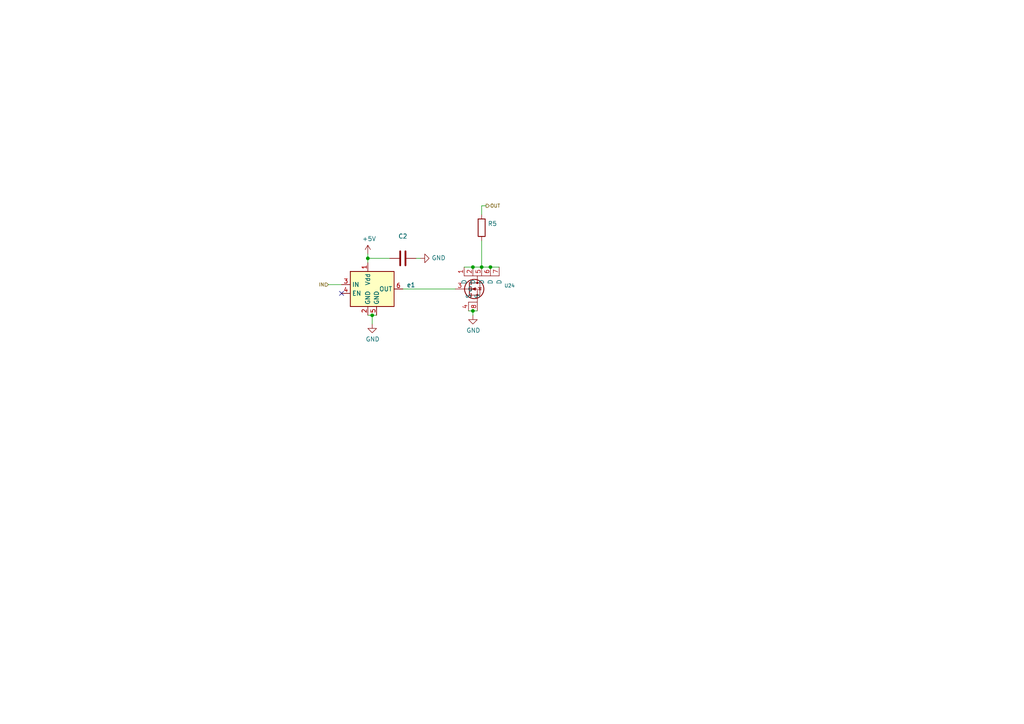
<source format=kicad_sch>
(kicad_sch (version 20211123) (generator eeschema)
  (paper "A4")
  (title_block (title "Digital output"))
  (lib_symbols
    (symbol "Device:C" (pin_numbers hide) (pin_names (offset 0.254))
      (property "Reference" "C" (at 0.635 2.54 0))
      (property "Value" "C" (at 0.635 -2.54 0))
      (symbol "C_0_1"
        (polyline (pts (xy -2.032 -0.762) (xy 2.032 -0.762)) (stroke (width 0.508)))
        (polyline (pts (xy -2.032 0.762) (xy 2.032 0.762)) (stroke (width 0.508)))
      )
      (symbol "C_1_1"
        (pin passive line (at 0 3.81 270) (length 2.794) (name "~") (number "1"))
        (pin passive line (at 0 -3.81 90) (length 2.794) (name "~") (number "2"))
      )
    )
    (symbol "Device:R" (pin_numbers hide) (pin_names (offset 0))
      (property "Reference" "R" (at 2.032 0 90))
      (property "Value" "R" (at 0 0 90))
      (symbol "R_0_1"
        (rectangle (start -1.016 -2.54) (end 1.016 2.54) (stroke (width 0.254)))
      )
      (symbol "R_1_1"
        (pin passive line (at 0 3.81 270) (length 1.27) (name "~") (number "1"))
        (pin passive line (at 0 -3.81 90) (length 1.27) (name "~") (number "2"))
      )
    )
    (symbol "karta_pomiarowa_v2-rescue:BUK7D25-40EX-Devices" (pin_names (offset 1.016))
      (property "Reference" "U" (at -1.27 -6.35 0))
      (property "Value" "BUK7D25-40EX-Devices" (at 0 -7.62 0))
      (symbol "BUK7D25-40EX-Devices_0_1"
        (polyline (pts (xy 7.62 3.81) (xy 1.27 3.81)))
        (polyline (pts (xy 1.27 -2.54) (xy 1.27 -3.81) (xy -1.27 -3.81)))
        (polyline (pts (xy 1.27 2.54) (xy 1.27 3.81) (xy -2.54 3.81)))
      )
      (symbol "BUK7D25-40EX-Devices_1_1"
        (polyline (pts (xy -1.016 1.905) (xy -1.016 -1.905)) (stroke (width 0.254)))
        (polyline (pts (xy -0.508 -1.27) (xy -0.508 -2.286)) (stroke (width 0.254)))
        (polyline (pts (xy -0.508 0.508) (xy -0.508 -0.508)) (stroke (width 0.254)))
        (polyline (pts (xy -0.508 2.286) (xy -0.508 1.27)) (stroke (width 0.254)))
        (polyline (pts (xy 0.254 0) (xy -2.54 0)))
        (polyline (pts (xy 1.27 2.54) (xy 1.27 1.778)))
        (polyline (pts (xy 1.27 -2.54) (xy 1.27 0) (xy -0.508 0)))
        (polyline (pts (xy -0.508 -1.778) (xy 2.032 -1.778) (xy 2.032 1.778) (xy -0.508 1.778)))
        (polyline (pts (xy -0.254 0) (xy 0.762 0.381) (xy 0.762 -0.381) (xy -0.254 0)) (fill (type outline)))
        (polyline (pts (xy 1.524 0.508) (xy 1.651 0.381) (xy 2.413 0.381) (xy 2.54 0.254)))
        (polyline (pts (xy 2.032 0.381) (xy 1.651 -0.254) (xy 2.413 -0.254) (xy 2.032 0.381)))
        (circle (center 0.381 0) (radius 2.794) (stroke (width 0.254)))
        (circle (center 1.27 -1.778) (radius 0.254) (fill (type outline)))
        (circle (center 1.27 1.778) (radius 0.254) (fill (type outline)))
        (pin input line (at -2.54 6.35 270) (length 2.54) (name "D") (number "1"))
        (pin input line (at 0 6.35 270) (length 2.54) (name "D") (number "2"))
        (pin input line (at -5.08 0 0) (length 2.54) (name "G") (number "3"))
        (pin input line (at -1.27 -6.35 90) (length 2.54) (name "S") (number "4"))
        (pin input line (at 2.54 6.35 270) (length 2.54) (name "D") (number "5"))
        (pin input line (at 5.08 6.35 270) (length 2.54) (name "D") (number "6"))
        (pin input line (at 7.62 6.35 270) (length 2.54) (name "D") (number "7"))
        (pin input line (at 1.27 -6.35 90) (length 2.54) (name "S") (number "8"))
      )
    )
    (symbol "karta_pomiarowa_v2-rescue:MCP14A0052T-mcp14a0052t"
      (property "Reference" "U" (at -5.08 6.35 0))
      (property "Value" "MCP14A0052T-mcp14a0052t" (at 1.27 6.35 0))
      (symbol "MCP14A0052T-mcp14a0052t_0_1"
        (rectangle (start -5.08 5.08) (end 7.62 -5.08) (stroke (width 0.254)) (fill (type background)))
      )
      (symbol "MCP14A0052T-mcp14a0052t_1_1"
        (pin power_in line (at 0 7.62 270) (length 2.54) (name "Vdd") (number "1"))
        (pin power_in line (at 0 -7.62 90) (length 2.54) (name "GND") (number "2"))
        (pin input line (at -7.62 1.27 0) (length 2.54) (name "IN") (number "3"))
        (pin input line (at -7.62 -1.27 0) (length 2.54) (name "EN") (number "4"))
        (pin power_in line (at 2.54 -7.62 90) (length 2.54) (name "GND") (number "5"))
        (pin output line (at 10.16 0 180) (length 2.54) (name "OUT") (number "6"))
      )
    )
    (symbol "power:+5V" (power) (pin_names (offset 0))
      (property "Value" "+5V" (at 0 3.556 0))
      (symbol "+5V_0_1"
        (polyline (pts (xy -0.762 1.27) (xy 0 2.54)))
        (polyline (pts (xy 0 0) (xy 0 2.54)))
        (polyline (pts (xy 0 2.54) (xy 0.762 1.27)))
      )
      (symbol "+5V_1_1"
        (pin power_in line (at 0 0 90) (length 0) hide (name "+5V") (number "1"))
      )
    )
    (symbol "power:GND" (power) (pin_names (offset 0))
      (property "Value" "GND" (at 0 -3.81 0))
      (symbol "GND_0_1"
        (polyline (pts (xy 0 0) (xy 0 -1.27) (xy 1.27 -1.27) (xy 0 -2.54) (xy -1.27 -1.27) (xy 0 -1.27)))
      )
      (symbol "GND_1_1"
        (pin power_in line (at 0 0 270) (length 0) hide (name "GND") (number "1"))
      )
    )
  )
  (junction (at 142.24 77.47))
  (junction (at 137.16 90.17))
  (junction (at 139.7 77.47))
  (junction (at 137.16 77.47))
  (junction (at 106.68 74.93))
  (junction (at 107.95 91.44))
  (no_connect (at 99.06 85.09))
  (wire (pts (xy 139.7 77.47) (xy 139.7 69.85)))
  (wire (pts (xy 144.78 77.47) (xy 142.24 77.47)))
  (wire (pts (xy 106.68 91.44) (xy 107.95 91.44)))
  (wire (pts (xy 137.16 77.47) (xy 134.62 77.47)))
  (wire (pts (xy 139.7 62.23) (xy 139.7 59.69)))
  (wire (pts (xy 132.08 83.82) (xy 116.84 83.82)))
  (wire (pts (xy 99.06 82.55) (xy 95.25 82.55)))
  (wire (pts (xy 106.68 74.93) (xy 113.03 74.93)))
  (wire (pts (xy 142.24 77.47) (xy 139.7 77.47)))
  (wire (pts (xy 121.92 74.93) (xy 120.65 74.93)))
  (wire (pts (xy 107.95 91.44) (xy 107.95 93.98)))
  (wire (pts (xy 106.68 74.93) (xy 106.68 76.2)))
  (wire (pts (xy 137.16 90.17) (xy 137.16 91.44)))
  (wire (pts (xy 107.95 91.44) (xy 109.22 91.44)))
  (wire (pts (xy 139.7 77.47) (xy 137.16 77.47)))
  (wire (pts (xy 135.89 90.17) (xy 137.16 90.17)))
  (wire (pts (xy 106.68 73.66) (xy 106.68 74.93)))
  (wire (pts (xy 140.97 59.69) (xy 139.7 59.69)))
  (wire (pts (xy 137.16 90.17) (xy 138.43 90.17)))
  (hierarchical_label "IN" (shape input) (at 95.25 82.55 180) (effects (font (size 0.9906 0.9906))))
  (hierarchical_label "OUT" (shape output) (at 140.97 59.69 0) (effects (font (size 0.9906 0.9906))))
  (symbol (lib_id "karta_pomiarowa_v2-rescue:BUK7D25-40EX-Devices") (at 137.16 83.82 0) (unit 1)
    (property "Reference" "U24" (at 146.2532 82.8548 0) (effects (font (size 0.9906 0.9906)) (justify left)))
    (property "Datasheet" "https://assets.nexperia.com/documents/data-sheet/BUK7D25-40E.pdf" (effects hide))
    (property "PartNumber" "BUK7D25-40EX" (effects hide))
    (property "Link" "https://www.digikey.pl/en/products/detail/nexperia-usa-inc/BUK7D25-40EX/7669951" (effects hide))
  )
  (symbol (lib_id "power:GND") (at 137.16 91.44 0) (unit 1)
    (property "Reference" "#PWR0110" (effects hide))
  )
  (symbol (lib_id "Device:R") (at 139.7 66.04 0) (unit 1)
    (property "Reference" "R5" (at 141.478 64.8716 0) (effects (justify left)))
  )
  (symbol (lib_id "karta_pomiarowa_v2-rescue:MCP14A0052T-mcp14a0052t") (at 106.68 83.82 0) (unit 1)
    (property "Reference" "e1" (at 117.9576 82.6516 0) (effects (justify left)))
    (property "Datasheet" "http://ww1.microchip.com/downloads/en/DeviceDoc/20002092F.pdf" (effects hide))
    (property "PartNumber" "MCP14A0052T-E/CH" (effects hide))
    (property "Link" "https://www.digikey.pl/en/products/detail/microchip-technology/MCP14A0052T-E-CH/5137676" (effects hide))
  )
  (symbol (lib_id "power:GND") (at 107.95 93.98 0) (unit 1)
    (property "Reference" "#PWR0101" (effects hide))
  )
  (symbol (lib_id "power:+5V") (at 106.68 73.66 0) (unit 1)
    (property "Reference" "#PWR0102" (effects hide))
  )
  (symbol (lib_id "Device:C") (at 116.84 74.93 270) (unit 1)
    (property "Reference" "C2" (at 116.84 68.5292 90))
  )
  (symbol (lib_id "power:GND") (at 121.92 74.93 90) (unit 1)
    (property "Reference" "#PWR0103" (effects hide))
  )
)
</source>
